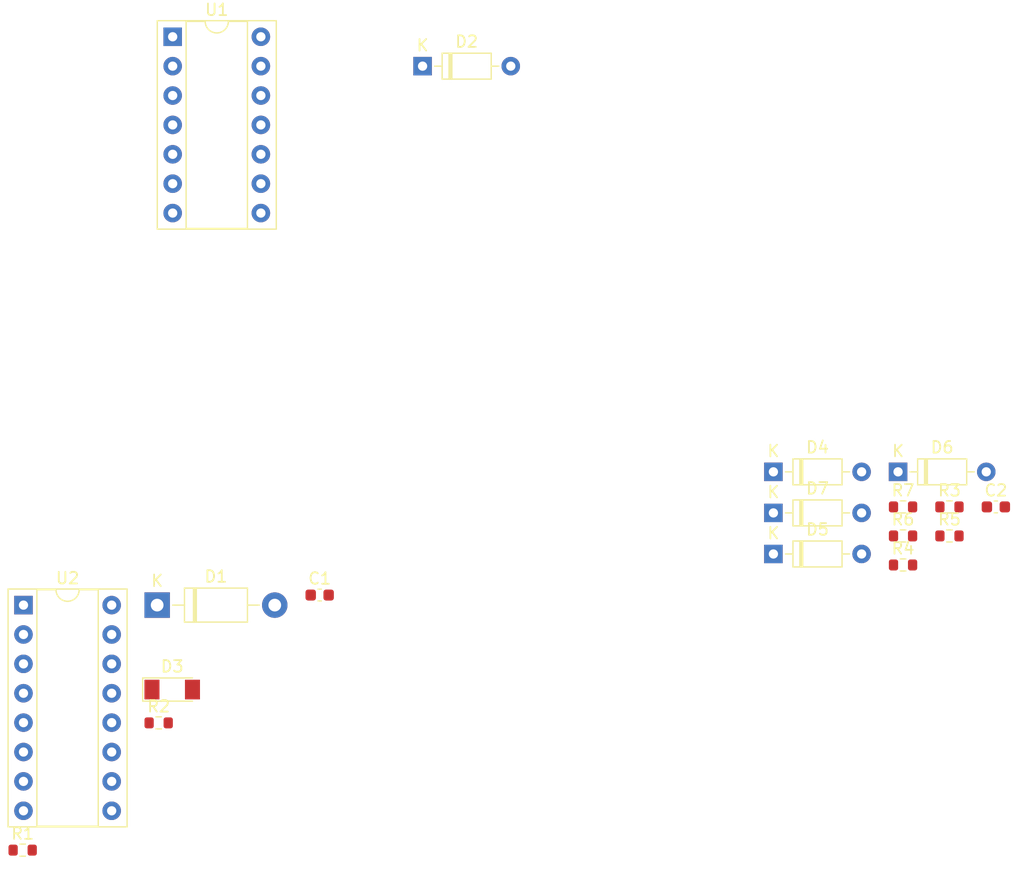
<source format=kicad_pcb>
(kicad_pcb (version 20211014) (generator pcbnew)
  (title_block (title "waflocon") (date "2024-02-05") (rev "0"))
  (layers (0 "F.Cu" signal) (31 "B.Cu" signal) (34 "B.Paste" user) (35 "F.Paste" user) (36 "B.SilkS" user "B.Silkscreen") (37 "F.SilkS" user "F.Silkscreen") (38 "B.Mask" user) (39 "F.Mask" user) (44 "Edge.Cuts" user))
  (net 0 "")
  (net 29 "Net-(C1-Pad1)")
  (net 30 "GND")
  (net 31 "Net-(U1-Pad1)")
  (net 32 "VDD")
  (net 33 "Net-(D1-Pad2)")
  (net 35 "Net-(J1-Pad5)")
  (net 36 "Net-(J1-Pad6)")
  (net 37 "Net-(J1-Pad4)")
  (net 38 "Net-(U1-Pad4)")
  (footprint "Diode_THT:D_DO-41_SOD81_P10.16mm_Horizontal" (layer "F.Cu") (at 100.26 112.63)
    (fp_text reference "D1" (at 5.08 -2.47) (layer "F.SilkS"))
    (fp_text value "1N5818")
    (fp_text user "K" (at 0 -2.1) (layer "F.SilkS"))
    (fp_line (start 3.38 -1.47) (end 3.38 1.47) (layer "F.SilkS") (width 0.12))
    (fp_line (start 2.36 -1.47) (end 2.36 1.47) (layer "F.SilkS") (width 0.12))
    (fp_line (start 3.26 -1.47) (end 3.26 1.47) (layer "F.SilkS") (width 0.12))
    (fp_line (start 3.14 -1.47) (end 3.14 1.47) (layer "F.SilkS") (width 0.12))
    (fp_line (start 8.82 0) (end 7.8 0) (layer "F.SilkS") (width 0.12))
    (fp_line (start 2.36 1.47) (end 7.8 1.47) (layer "F.SilkS") (width 0.12))
    (fp_line (start 1.34 0) (end 2.36 0) (layer "F.SilkS") (width 0.12))
    (fp_line (start 7.8 1.47) (end 7.8 -1.47) (layer "F.SilkS") (width 0.12))
    (fp_line (start 7.8 -1.47) (end 2.36 -1.47) (layer "F.SilkS") (width 0.12))
    (pad "1" thru_hole rect (at 0 0) (size 2.2 2.2) (drill 1.1) (layers *.Cu *.Mask) (net 32 "VDD"))
    (pad "2" thru_hole oval (at 10.16 0) (size 2.2 2.2) (drill 1.1) (layers *.Cu *.Mask) (net 33 "Net-(D1-Pad2)"))
  )
  (footprint "Capacitor_SMD:C_0603_1608Metric" (layer "F.Cu") (at 172.72 104.14)
    (fp_text reference "C2" (at 0 -1.43) (layer "F.SilkS"))
    (fp_text value "100nF")
    (fp_line (start -0.14058 0.51) (end 0.14058 0.51) (layer "F.SilkS") (width 0.12))
    (fp_line (start -0.14058 -0.51) (end 0.14058 -0.51) (layer "F.SilkS") (width 0.12))
    (pad "1" smd roundrect (at -0.775 0) (size 0.9 0.95) (layers "F.Cu" "F.Paste" "F.Mask") (net 31 "Net-(U1-Pad1)"))
    (pad "2" smd roundrect (at 0.775 0) (size 0.9 0.95) (layers "F.Cu" "F.Paste" "F.Mask") (net 30 "GND"))
  )
  (footprint "Resistor_SMD:R_0603_1608Metric" (layer "F.Cu") (at 164.7 106.65)
    (fp_text reference "R6" (at 0 -1.43) (layer "F.SilkS"))
    (fp_text value "100k")
    (fp_line (start -0.237258 0.5225) (end 0.237258 0.5225) (layer "F.SilkS") (width 0.12))
    (fp_line (start -0.237258 -0.5225) (end 0.237258 -0.5225) (layer "F.SilkS") (width 0.12))
    (pad "1" smd roundrect (at -0.825 0) (size 0.8 0.95) (layers "F.Cu" "F.Paste" "F.Mask") (net 29 "Net-(C1-Pad1)"))
    (pad "2" smd roundrect (at 0.825 0) (size 0.8 0.95) (layers "F.Cu" "F.Paste" "F.Mask") (net 30 "GND"))
  )
  (footprint "Diode_THT:D_DO-35_SOD27_P7.62mm_Horizontal" (layer "F.Cu") (at 164.27 101.11)
    (fp_text reference "D6" (at 3.81 -2.12) (layer "F.SilkS"))
    (fp_text value "1N4148")
    (fp_text user "K" (at 0 -1.8) (layer "F.SilkS"))
    (fp_line (start 5.93 -1.12) (end 1.69 -1.12) (layer "F.SilkS") (width 0.12))
    (fp_line (start 5.93 1.12) (end 5.93 -1.12) (layer "F.SilkS") (width 0.12))
    (fp_line (start 6.58 0) (end 5.93 0) (layer "F.SilkS") (width 0.12))
    (fp_line (start 2.41 -1.12) (end 2.41 1.12) (layer "F.SilkS") (width 0.12))
    (fp_line (start 1.69 1.12) (end 5.93 1.12) (layer "F.SilkS") (width 0.12))
    (fp_line (start 2.53 -1.12) (end 2.53 1.12) (layer "F.SilkS") (width 0.12))
    (fp_line (start 1.04 0) (end 1.69 0) (layer "F.SilkS") (width 0.12))
    (fp_line (start 1.69 -1.12) (end 1.69 1.12) (layer "F.SilkS") (width 0.12))
    (fp_line (start 2.29 -1.12) (end 2.29 1.12) (layer "F.SilkS") (width 0.12))
    (pad "1" thru_hole rect (at 0 0) (size 1.6 1.6) (drill 0.8) (layers *.Cu *.Mask) (net 32 "VDD"))
    (pad "2" thru_hole oval (at 7.62 0) (size 1.6 1.6) (drill 0.8) (layers *.Cu *.Mask) (net 31 "Net-(U1-Pad1)"))
  )
  (footprint "Package_DIP:DIP-16_W7.62mm_Socket" (layer "F.Cu") (at 88.71 112.63)
    (fp_text reference "U2" (at 3.81 -2.33) (layer "F.SilkS"))
    (fp_text value "4044")
    (fp_line (start -1.33 19.17) (end 8.95 19.17) (layer "F.SilkS") (width 0.12))
    (fp_line (start -1.33 -1.39) (end -1.33 19.17) (layer "F.SilkS") (width 0.12))
    (fp_line (start 1.16 -1.33) (end 1.16 19.11) (layer "F.SilkS") (width 0.12))
    (fp_line (start 2.81 -1.33) (end 1.16 -1.33) (layer "F.SilkS") (width 0.12))
    (fp_line (start 8.95 19.17) (end 8.95 -1.39) (layer "F.SilkS") (width 0.12))
    (fp_line (start 6.46 -1.33) (end 4.81 -1.33) (layer "F.SilkS") (width 0.12))
    (fp_line (start 8.95 -1.39) (end -1.33 -1.39) (layer "F.SilkS") (width 0.12))
    (fp_line (start 1.16 19.11) (end 6.46 19.11) (layer "F.SilkS") (width 0.12))
    (fp_line (start 6.46 19.11) (end 6.46 -1.33) (layer "F.SilkS") (width 0.12))
    (fp_arc (start 4.81 -1.33) (mid 3.81 -0.33) (end 2.81 -1.33) (layer "F.SilkS") (width 0.12))
    (pad "1" thru_hole rect (at 0 0) (size 1.6 1.6) (drill 0.8) (layers *.Cu *.Mask))
    (pad "2" thru_hole oval (at 0 2.54) (size 1.6 1.6) (drill 0.8) (layers *.Cu *.Mask))
    (pad "3" thru_hole oval (at 0 5.08) (size 1.6 1.6) (drill 0.8) (layers *.Cu *.Mask))
    (pad "4" thru_hole oval (at 0 7.62) (size 1.6 1.6) (drill 0.8) (layers *.Cu *.Mask))
    (pad "5" thru_hole oval (at 0 10.16) (size 1.6 1.6) (drill 0.8) (layers *.Cu *.Mask))
    (pad "6" thru_hole oval (at 0 12.7) (size 1.6 1.6) (drill 0.8) (layers *.Cu *.Mask))
    (pad "7" thru_hole oval (at 0 15.24) (size 1.6 1.6) (drill 0.8) (layers *.Cu *.Mask))
    (pad "8" thru_hole oval (at 0 17.78) (size 1.6 1.6) (drill 0.8) (layers *.Cu *.Mask) (net 30 "GND"))
    (pad "9" thru_hole oval (at 7.62 17.78) (size 1.6 1.6) (drill 0.8) (layers *.Cu *.Mask))
    (pad "10" thru_hole oval (at 7.62 15.24) (size 1.6 1.6) (drill 0.8) (layers *.Cu *.Mask))
    (pad "11" thru_hole oval (at 7.62 12.7) (size 1.6 1.6) (drill 0.8) (layers *.Cu *.Mask))
    (pad "12" thru_hole oval (at 7.62 10.16) (size 1.6 1.6) (drill 0.8) (layers *.Cu *.Mask))
    (pad "13" thru_hole oval (at 7.62 7.62) (size 1.6 1.6) (drill 0.8) (layers *.Cu *.Mask))
    (pad "14" thru_hole oval (at 7.62 5.08) (size 1.6 1.6) (drill 0.8) (layers *.Cu *.Mask))
    (pad "15" thru_hole oval (at 7.62 2.54) (size 1.6 1.6) (drill 0.8) (layers *.Cu *.Mask))
    (pad "16" thru_hole oval (at 7.62 0) (size 1.6 1.6) (drill 0.8) (layers *.Cu *.Mask) (net 32 "VDD"))
  )
  (footprint "Diode_SMD:D_MiniMELF" (layer "F.Cu") (at 101.56 119.93)
    (fp_text reference "D3" (at 0 -2) (layer "F.SilkS"))
    (fp_text value "BZV55C3V3")
    (fp_line (start 1.75 -1) (end -2.55 -1) (layer "F.SilkS") (width 0.12))
    (fp_line (start -2.55 -1) (end -2.55 1) (layer "F.SilkS") (width 0.12))
    (fp_line (start -2.55 1) (end 1.75 1) (layer "F.SilkS") (width 0.12))
    (pad "1" smd rect (at -1.75 0) (size 1.3 1.7) (layers "F.Cu" "F.Paste" "F.Mask"))
    (pad "2" smd rect (at 1.75 0) (size 1.3 1.7) (layers "F.Cu" "F.Paste" "F.Mask"))
  )
  (footprint "Resistor_SMD:R_0603_1608Metric" (layer "F.Cu") (at 164.7 104.14)
    (fp_text reference "R7" (at 0 -1.43) (layer "F.SilkS"))
    (fp_text value "100k")
    (fp_line (start -0.237258 -0.5225) (end 0.237258 -0.5225) (layer "F.SilkS") (width 0.12))
    (fp_line (start -0.237258 0.5225) (end 0.237258 0.5225) (layer "F.SilkS") (width 0.12))
    (pad "1" smd roundrect (at -0.825 0) (size 0.8 0.95) (layers "F.Cu" "F.Paste" "F.Mask") (net 31 "Net-(U1-Pad1)"))
    (pad "2" smd roundrect (at 0.825 0) (size 0.8 0.95) (layers "F.Cu" "F.Paste" "F.Mask") (net 30 "GND"))
  )
  (footprint "Resistor_SMD:R_0603_1608Metric" (layer "F.Cu") (at 168.71 106.65)
    (fp_text reference "R5" (at 0 -1.43) (layer "F.SilkS"))
    (fp_text value "10k")
    (fp_line (start -0.237258 -0.5225) (end 0.237258 -0.5225) (layer "F.SilkS") (width 0.12))
    (fp_line (start -0.237258 0.5225) (end 0.237258 0.5225) (layer "F.SilkS") (width 0.12))
    (pad "1" smd roundrect (at -0.825 0) (size 0.8 0.95) (layers "F.Cu" "F.Paste" "F.Mask") (net 37 "Net-(J1-Pad4)"))
    (pad "2" smd roundrect (at 0.825 0) (size 0.8 0.95) (layers "F.Cu" "F.Paste" "F.Mask") (net 29 "Net-(C1-Pad1)"))
  )
  (footprint "Package_DIP:DIP-14_W7.62mm_Socket" (layer "F.Cu") (at 101.6 63.5)
    (fp_text reference "U1" (at 3.81 -2.33) (layer "F.SilkS"))
    (fp_text value "40106")
    (fp_line (start 2.81 -1.33) (end 1.16 -1.33) (layer "F.SilkS") (width 0.12))
    (fp_line (start 6.46 -1.33) (end 4.81 -1.33) (layer "F.SilkS") (width 0.12))
    (fp_line (start 8.95 -1.39) (end -1.33 -1.39) (layer "F.SilkS") (width 0.12))
    (fp_line (start 6.46 16.57) (end 6.46 -1.33) (layer "F.SilkS") (width 0.12))
    (fp_line (start 1.16 16.57) (end 6.46 16.57) (layer "F.SilkS") (width 0.12))
    (fp_line (start 8.95 16.63) (end 8.95 -1.39) (layer "F.SilkS") (width 0.12))
    (fp_line (start -1.33 16.63) (end 8.95 16.63) (layer "F.SilkS") (width 0.12))
    (fp_line (start -1.33 -1.39) (end -1.33 16.63) (layer "F.SilkS") (width 0.12))
    (fp_line (start 1.16 -1.33) (end 1.16 16.57) (layer "F.SilkS") (width 0.12))
    (fp_arc (start 4.81 -1.33) (mid 3.81 -0.33) (end 2.81 -1.33) (layer "F.SilkS") (width 0.12))
    (pad "1" thru_hole rect (at 0 0) (size 1.6 1.6) (drill 0.8) (layers *.Cu *.Mask) (net 31 "Net-(U1-Pad1)"))
    (pad "2" thru_hole oval (at 0 2.54) (size 1.6 1.6) (drill 0.8) (layers *.Cu *.Mask))
    (pad "3" thru_hole oval (at 0 5.08) (size 1.6 1.6) (drill 0.8) (layers *.Cu *.Mask) (net 29 "Net-(C1-Pad1)"))
    (pad "4" thru_hole oval (at 0 7.62) (size 1.6 1.6) (drill 0.8) (layers *.Cu *.Mask) (net 38 "Net-(U1-Pad4)"))
    (pad "5" thru_hole oval (at 0 10.16) (size 1.6 1.6) (drill 0.8) (layers *.Cu *.Mask) (net 38 "Net-(U1-Pad4)"))
    (pad "6" thru_hole oval (at 0 12.7) (size 1.6 1.6) (drill 0.8) (layers *.Cu *.Mask))
    (pad "7" thru_hole oval (at 0 15.24) (size 1.6 1.6) (drill 0.8) (layers *.Cu *.Mask) (net 30 "GND"))
    (pad "8" thru_hole oval (at 7.62 15.24) (size 1.6 1.6) (drill 0.8) (layers *.Cu *.Mask))
    (pad "9" thru_hole oval (at 7.62 12.7) (size 1.6 1.6) (drill 0.8) (layers *.Cu *.Mask))
    (pad "10" thru_hole oval (at 7.62 10.16) (size 1.6 1.6) (drill 0.8) (layers *.Cu *.Mask))
    (pad "11" thru_hole oval (at 7.62 7.62) (size 1.6 1.6) (drill 0.8) (layers *.Cu *.Mask))
    (pad "12" thru_hole oval (at 7.62 5.08) (size 1.6 1.6) (drill 0.8) (layers *.Cu *.Mask))
    (pad "13" thru_hole oval (at 7.62 2.54) (size 1.6 1.6) (drill 0.8) (layers *.Cu *.Mask))
    (pad "14" thru_hole oval (at 7.62 0) (size 1.6 1.6) (drill 0.8) (layers *.Cu *.Mask) (net 32 "VDD"))
  )
  (footprint "Resistor_SMD:R_0603_1608Metric" (layer "F.Cu") (at 168.71 104.14)
    (fp_text reference "R3" (at 0 -1.43) (layer "F.SilkS"))
    (fp_text value "10k")
    (fp_line (start -0.237258 -0.5225) (end 0.237258 -0.5225) (layer "F.SilkS") (width 0.12))
    (fp_line (start -0.237258 0.5225) (end 0.237258 0.5225) (layer "F.SilkS") (width 0.12))
    (pad "1" smd roundrect (at -0.825 0) (size 0.8 0.95) (layers "F.Cu" "F.Paste" "F.Mask") (net 35 "Net-(J1-Pad5)"))
    (pad "2" smd roundrect (at 0.825 0) (size 0.8 0.95) (layers "F.Cu" "F.Paste" "F.Mask") (net 32 "VDD"))
  )
  (footprint "Diode_THT:D_DO-35_SOD27_P7.62mm_Horizontal" (layer "F.Cu") (at 153.5 101.11)
    (fp_text reference "D4" (at 3.81 -2.12) (layer "F.SilkS"))
    (fp_text value "1N4148")
    (fp_text user "K" (at 0 -1.8) (layer "F.SilkS"))
    (fp_line (start 2.29 -1.12) (end 2.29 1.12) (layer "F.SilkS") (width 0.12))
    (fp_line (start 2.53 -1.12) (end 2.53 1.12) (layer "F.SilkS") (width 0.12))
    (fp_line (start 2.41 -1.12) (end 2.41 1.12) (layer "F.SilkS") (width 0.12))
    (fp_line (start 5.93 -1.12) (end 1.69 -1.12) (layer "F.SilkS") (width 0.12))
    (fp_line (start 1.04 0) (end 1.69 0) (layer "F.SilkS") (width 0.12))
    (fp_line (start 1.69 1.12) (end 5.93 1.12) (layer "F.SilkS") (width 0.12))
    (fp_line (start 6.58 0) (end 5.93 0) (layer "F.SilkS") (width 0.12))
    (fp_line (start 5.93 1.12) (end 5.93 -1.12) (layer "F.SilkS") (width 0.12))
    (fp_line (start 1.69 -1.12) (end 1.69 1.12) (layer "F.SilkS") (width 0.12))
    (pad "1" thru_hole rect (at 0 0) (size 1.6 1.6) (drill 0.8) (layers *.Cu *.Mask) (net 32 "VDD"))
    (pad "2" thru_hole oval (at 7.62 0) (size 1.6 1.6) (drill 0.8) (layers *.Cu *.Mask) (net 29 "Net-(C1-Pad1)"))
  )
  (footprint "Capacitor_SMD:C_0603_1608Metric" (layer "F.Cu") (at 114.3 111.76)
    (fp_text reference "C1" (at 0 -1.43) (layer "F.SilkS"))
    (fp_text value "100nF")
    (fp_line (start -0.14058 -0.51) (end 0.14058 -0.51) (layer "F.SilkS") (width 0.12))
    (fp_line (start -0.14058 0.51) (end 0.14058 0.51) (layer "F.SilkS") (width 0.12))
    (pad "1" smd roundrect (at -0.775 0) (size 0.9 0.95) (layers "F.Cu" "F.Paste" "F.Mask") (net 29 "Net-(C1-Pad1)"))
    (pad "2" smd roundrect (at 0.775 0) (size 0.9 0.95) (layers "F.Cu" "F.Paste" "F.Mask") (net 30 "GND"))
  )
  (footprint "Diode_THT:D_DO-35_SOD27_P7.62mm_Horizontal" (layer "F.Cu") (at 153.5 104.66)
    (fp_text reference "D7" (at 3.81 -2.12) (layer "F.SilkS"))
    (fp_text value "1N4148")
    (fp_text user "K" (at 0 -1.8) (layer "F.SilkS"))
    (fp_line (start 1.69 1.12) (end 5.93 1.12) (layer "F.SilkS") (width 0.12))
    (fp_line (start 5.93 1.12) (end 5.93 -1.12) (layer "F.SilkS") (width 0.12))
    (fp_line (start 2.29 -1.12) (end 2.29 1.12) (layer "F.SilkS") (width 0.12))
    (fp_line (start 1.69 -1.12) (end 1.69 1.12) (layer "F.SilkS") (width 0.12))
    (fp_line (start 6.58 0) (end 5.93 0) (layer "F.SilkS") (width 0.12))
    (fp_line (start 5.93 -1.12) (end 1.69 -1.12) (layer "F.SilkS") (width 0.12))
    (fp_line (start 1.04 0) (end 1.69 0) (layer "F.SilkS") (width 0.12))
    (fp_line (start 2.41 -1.12) (end 2.41 1.12) (layer "F.SilkS") (width 0.12))
    (fp_line (start 2.53 -1.12) (end 2.53 1.12) (layer "F.SilkS") (width 0.12))
    (pad "1" thru_hole rect (at 0 0) (size 1.6 1.6) (drill 0.8) (layers *.Cu *.Mask) (net 31 "Net-(U1-Pad1)"))
    (pad "2" thru_hole oval (at 7.62 0) (size 1.6 1.6) (drill 0.8) (layers *.Cu *.Mask) (net 30 "GND"))
  )
  (footprint "Resistor_SMD:R_0603_1608Metric" (layer "F.Cu") (at 100.39 122.81)
    (fp_text reference "R2" (at 0 -1.43) (layer "F.SilkS"))
    (fp_text value "10k")
    (fp_line (start -0.237258 -0.5225) (end 0.237258 -0.5225) (layer "F.SilkS") (width 0.12))
    (fp_line (start -0.237258 0.5225) (end 0.237258 0.5225) (layer "F.SilkS") (width 0.12))
    (pad "1" smd roundrect (at -0.825 0) (size 0.8 0.95) (layers "F.Cu" "F.Paste" "F.Mask"))
    (pad "2" smd roundrect (at 0.825 0) (size 0.8 0.95) (layers "F.Cu" "F.Paste" "F.Mask"))
  )
  (footprint "Resistor_SMD:R_0603_1608Metric" (layer "F.Cu") (at 88.64 133.81)
    (fp_text reference "R1" (at 0 -1.43) (layer "F.SilkS"))
    (fp_text value "100k")
    (fp_line (start -0.237258 0.5225) (end 0.237258 0.5225) (layer "F.SilkS") (width 0.12))
    (fp_line (start -0.237258 -0.5225) (end 0.237258 -0.5225) (layer "F.SilkS") (width 0.12))
    (pad "1" smd roundrect (at -0.825 0) (size 0.8 0.95) (layers "F.Cu" "F.Paste" "F.Mask"))
    (pad "2" smd roundrect (at 0.825 0) (size 0.8 0.95) (layers "F.Cu" "F.Paste" "F.Mask"))
  )
  (footprint "Diode_THT:D_DO-35_SOD27_P7.62mm_Horizontal" (layer "F.Cu") (at 123.19 66.04)
    (fp_text reference "D2" (at 3.81 -2.12) (layer "F.SilkS"))
    (fp_text value "1N4148")
    (fp_text user "K" (at 0 -1.8) (layer "F.SilkS"))
    (fp_line (start 1.69 1.12) (end 5.93 1.12) (layer "F.SilkS") (width 0.12))
    (fp_line (start 2.29 -1.12) (end 2.29 1.12) (layer "F.SilkS") (width 0.12))
    (fp_line (start 5.93 -1.12) (end 1.69 -1.12) (layer "F.SilkS") (width 0.12))
    (fp_line (start 2.41 -1.12) (end 2.41 1.12) (layer "F.SilkS") (width 0.12))
    (fp_line (start 1.69 -1.12) (end 1.69 1.12) (layer "F.SilkS") (width 0.12))
    (fp_line (start 1.04 0) (end 1.69 0) (layer "F.SilkS") (width 0.12))
    (fp_line (start 5.93 1.12) (end 5.93 -1.12) (layer "F.SilkS") (width 0.12))
    (fp_line (start 6.58 0) (end 5.93 0) (layer "F.SilkS") (width 0.12))
    (fp_line (start 2.53 -1.12) (end 2.53 1.12) (layer "F.SilkS") (width 0.12))
    (pad "1" thru_hole rect (at 0 0) (size 1.6 1.6) (drill 0.8) (layers *.Cu *.Mask))
    (pad "2" thru_hole oval (at 7.62 0) (size 1.6 1.6) (drill 0.8) (layers *.Cu *.Mask))
  )
  (footprint "Diode_THT:D_DO-35_SOD27_P7.62mm_Horizontal" (layer "F.Cu") (at 153.5 108.21)
    (fp_text reference "D5" (at 3.81 -2.12) (layer "F.SilkS"))
    (fp_text value "1N4148")
    (fp_text user "K" (at 0 -1.8) (layer "F.SilkS"))
    (fp_line (start 1.04 0) (end 1.69 0) (layer "F.SilkS") (width 0.12))
    (fp_line (start 2.29 -1.12) (end 2.29 1.12) (layer "F.SilkS") (width 0.12))
    (fp_line (start 6.58 0) (end 5.93 0) (layer "F.SilkS") (width 0.12))
    (fp_line (start 1.69 1.12) (end 5.93 1.12) (layer "F.SilkS") (width 0.12))
    (fp_line (start 1.69 -1.12) (end 1.69 1.12) (layer "F.SilkS") (width 0.12))
    (fp_line (start 5.93 1.12) (end 5.93 -1.12) (layer "F.SilkS") (width 0.12))
    (fp_line (start 2.53 -1.12) (end 2.53 1.12) (layer "F.SilkS") (width 0.12))
    (fp_line (start 5.93 -1.12) (end 1.69 -1.12) (layer "F.SilkS") (width 0.12))
    (fp_line (start 2.41 -1.12) (end 2.41 1.12) (layer "F.SilkS") (width 0.12))
    (pad "1" thru_hole rect (at 0 0) (size 1.6 1.6) (drill 0.8) (layers *.Cu *.Mask) (net 29 "Net-(C1-Pad1)"))
    (pad "2" thru_hole oval (at 7.62 0) (size 1.6 1.6) (drill 0.8) (layers *.Cu *.Mask) (net 30 "GND"))
  )
  (footprint "Resistor_SMD:R_0603_1608Metric" (layer "F.Cu") (at 164.7 109.16)
    (fp_text reference "R4" (at 0 -1.43) (layer "F.SilkS"))
    (fp_text value "10k")
    (fp_line (start -0.237258 0.5225) (end 0.237258 0.5225) (layer "F.SilkS") (width 0.12))
    (fp_line (start -0.237258 -0.5225) (end 0.237258 -0.5225) (layer "F.SilkS") (width 0.12))
    (pad "1" smd roundrect (at -0.825 0) (size 0.8 0.95) (layers "F.Cu" "F.Paste" "F.Mask") (net 36 "Net-(J1-Pad6)"))
    (pad "2" smd roundrect (at 0.825 0) (size 0.8 0.95) (layers "F.Cu" "F.Paste" "F.Mask") (net 31 "Net-(U1-Pad1)"))
  )
)
</source>
